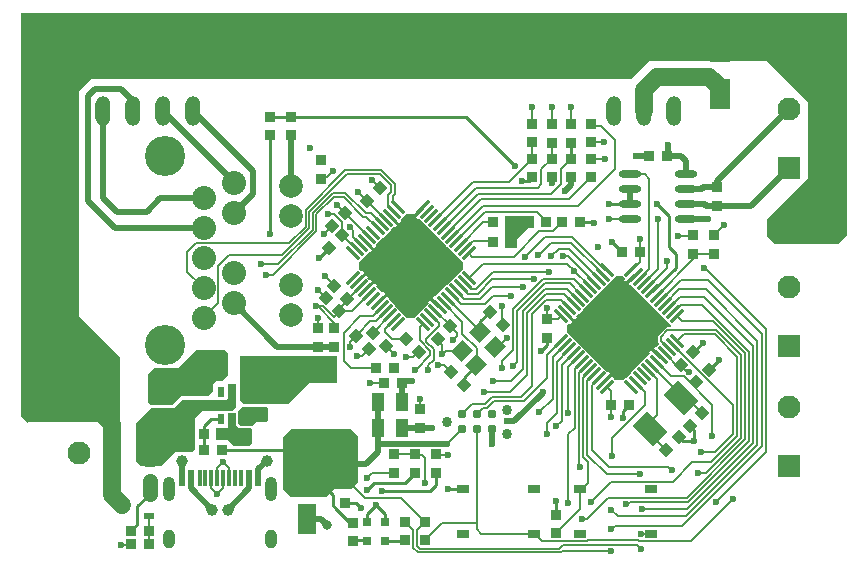
<source format=gtl>
G04*
G04 #@! TF.GenerationSoftware,Altium Limited,Altium Designer,19.1.8 (144)*
G04*
G04 Layer_Physical_Order=1*
G04 Layer_Color=255*
%FSLAX25Y25*%
%MOIN*%
G70*
G01*
G75*
%ADD15C,0.00600*%
%ADD16C,0.01000*%
%ADD18C,0.00800*%
%ADD51R,0.03543X0.02362*%
%ADD52R,0.06299X0.10236*%
%ADD53R,0.03347X0.03347*%
%ADD54R,0.03347X0.03347*%
%ADD55R,0.02362X0.03543*%
%ADD56R,0.06693X0.09843*%
%ADD57P,0.04733X4X90.0*%
%ADD58O,0.07480X0.02362*%
G04:AMPARAMS|DCode=59|XSize=11mil|YSize=58mil|CornerRadius=0mil|HoleSize=0mil|Usage=FLASHONLY|Rotation=45.000|XOffset=0mil|YOffset=0mil|HoleType=Round|Shape=Rectangle|*
%AMROTATEDRECTD59*
4,1,4,0.01662,-0.02439,-0.02439,0.01662,-0.01662,0.02439,0.02439,-0.01662,0.01662,-0.02439,0.0*
%
%ADD59ROTATEDRECTD59*%

G04:AMPARAMS|DCode=60|XSize=11mil|YSize=58mil|CornerRadius=0mil|HoleSize=0mil|Usage=FLASHONLY|Rotation=315.000|XOffset=0mil|YOffset=0mil|HoleType=Round|Shape=Rectangle|*
%AMROTATEDRECTD60*
4,1,4,-0.02439,-0.01662,0.01662,0.02439,0.02439,0.01662,-0.01662,-0.02439,-0.02439,-0.01662,0.0*
%
%ADD60ROTATEDRECTD60*%

%ADD61R,0.03937X0.02953*%
%ADD62R,0.03150X0.03150*%
%ADD63C,0.03100*%
G04:AMPARAMS|DCode=64|XSize=66.93mil|YSize=94.49mil|CornerRadius=0mil|HoleSize=0mil|Usage=FLASHONLY|Rotation=45.000|XOffset=0mil|YOffset=0mil|HoleType=Round|Shape=Rectangle|*
%AMROTATEDRECTD64*
4,1,4,0.00974,-0.05707,-0.05707,0.00974,-0.00974,0.05707,0.05707,-0.00974,0.00974,-0.05707,0.0*
%
%ADD64ROTATEDRECTD64*%

%ADD65R,0.09843X0.06693*%
%ADD66R,0.01181X0.05709*%
%ADD67R,0.02362X0.05709*%
%ADD68P,0.04733X4X180.0*%
%ADD69R,0.08661X0.06299*%
G04:AMPARAMS|DCode=70|XSize=55.12mil|YSize=47.24mil|CornerRadius=0mil|HoleSize=0mil|Usage=FLASHONLY|Rotation=225.000|XOffset=0mil|YOffset=0mil|HoleType=Round|Shape=Rectangle|*
%AMROTATEDRECTD70*
4,1,4,0.00278,0.03619,0.03619,0.00278,-0.00278,-0.03619,-0.03619,-0.00278,0.00278,0.03619,0.0*
%
%ADD70ROTATEDRECTD70*%

%ADD71R,0.04000X0.06000*%
%ADD72C,0.02000*%
%ADD73C,0.05000*%
%ADD74C,0.06000*%
%ADD75C,0.07677*%
%ADD76R,0.07677X0.07677*%
%ADD77O,0.05000X0.10000*%
%ADD78C,0.08000*%
%ADD79C,0.07874*%
%ADD80C,0.13386*%
%ADD81C,0.03400*%
%ADD82O,0.03937X0.08268*%
%ADD83O,0.03937X0.06299*%
%ADD84C,0.02362*%
%ADD85C,0.03937*%
%ADD86C,0.03150*%
G36*
X134455Y116021D02*
X131697Y113263D01*
X132439Y112521D01*
X132722Y112804D01*
X133571Y111955D01*
X133783Y111743D01*
X134985Y110541D01*
X135197Y110329D01*
X136329Y109198D01*
X136611Y108915D01*
X137743Y107783D01*
X137955Y107571D01*
X139157Y106369D01*
X139369Y106157D01*
X140571Y104955D01*
X140783Y104743D01*
X141915Y103611D01*
X142198Y103329D01*
X143329Y102197D01*
X143541Y101985D01*
X144743Y100783D01*
X144955Y100571D01*
X146087Y99440D01*
X146370Y99157D01*
X147300Y98226D01*
Y95774D01*
X146370Y94843D01*
Y94843D01*
X144743Y93217D01*
X144743D01*
X143329Y91803D01*
X142198Y90671D01*
X142198D01*
X140571Y89045D01*
Y89045D01*
X139157Y87631D01*
X138238Y86712D01*
X137955Y86994D01*
X137213Y86252D01*
X139970Y83494D01*
X139263Y82787D01*
X136505Y85545D01*
X135763Y84802D01*
X136046Y84520D01*
X134985Y83459D01*
X133783Y82257D01*
Y82257D01*
X132157Y80630D01*
X132157D01*
X131226Y79700D01*
X128774D01*
X127843Y80630D01*
X127843D01*
X126217Y82257D01*
Y82257D01*
X124803Y83671D01*
X123671Y84802D01*
Y84802D01*
X122540Y85934D01*
X122823Y86217D01*
X122080Y86959D01*
X119323Y84201D01*
X118616Y84908D01*
X121373Y87666D01*
X120631Y88409D01*
X120348Y88126D01*
X119429Y89045D01*
Y89045D01*
X118368Y90106D01*
X118651Y90389D01*
X117909Y91131D01*
X115151Y88373D01*
X114444Y89080D01*
X117201Y91838D01*
X116459Y92581D01*
X116176Y92298D01*
X115540Y92934D01*
X115823Y93217D01*
X115080Y93959D01*
X112322Y91202D01*
X111615Y91909D01*
X114373Y94666D01*
X113630Y95409D01*
X113348Y95126D01*
X112700Y95774D01*
X112700Y98226D01*
X113630Y99157D01*
X115045Y100571D01*
X116176Y101702D01*
X116459Y101419D01*
X117201Y102162D01*
X114444Y104920D01*
X115151Y105627D01*
X117909Y102869D01*
X118651Y103611D01*
X118368Y103894D01*
X119217Y104743D01*
X120631Y106157D01*
X122045Y107571D01*
X123389Y108915D01*
X124520Y110046D01*
X124803Y109763D01*
X125545Y110506D01*
X122787Y113263D01*
X123495Y113971D01*
X126252Y111213D01*
X126995Y111955D01*
X126712Y112238D01*
X127560Y113087D01*
X128774Y114300D01*
X130660D01*
X130990Y113971D01*
X133748Y116728D01*
X134455Y116021D01*
D02*
G37*
G36*
X275591Y107191D02*
X272700Y104300D01*
X251300Y104300D01*
X248900Y106700D01*
X248900Y112500D01*
X262600Y126200D01*
Y151400D01*
X248900Y165100D01*
X209300D01*
X203500Y159300D01*
X23800D01*
X23700Y159400D01*
X19500Y155200D01*
Y80200D01*
X33200Y66500D01*
Y44900D01*
X3100D01*
X2800Y45200D01*
X2100Y44700D01*
X0Y46800D01*
Y180400D01*
Y181102D01*
X275591D01*
X275591Y107191D01*
D02*
G37*
G36*
X171000Y109500D02*
X169000Y109500D01*
X165500Y106000D01*
X165500Y103000D01*
X161500D01*
Y113500D01*
X171000D01*
Y109500D01*
D02*
G37*
G36*
X205298Y93678D02*
X202541Y90920D01*
X203283Y90178D01*
X203566Y90460D01*
X204485Y89541D01*
X204697Y89329D01*
X205829Y88198D01*
D01*
X207455Y86571D01*
X207455Y86571D01*
X208657Y85369D01*
X208869Y85157D01*
X210071Y83955D01*
D01*
X211698Y82329D01*
X211698Y82329D01*
X212829Y81197D01*
X213041Y80985D01*
X214243Y79783D01*
X214243Y79783D01*
X215869Y78157D01*
D01*
X216800Y77226D01*
Y76418D01*
X215600D01*
X215249Y76348D01*
X214951Y76149D01*
X212751Y73949D01*
X212552Y73651D01*
X212482Y73300D01*
Y71858D01*
X212552Y71507D01*
X212751Y71209D01*
X212993Y70967D01*
X212829Y70803D01*
X211980Y69954D01*
X211698Y70237D01*
X210955Y69495D01*
X213713Y66737D01*
X213006Y66030D01*
X210248Y68787D01*
X209506Y68045D01*
X209788Y67762D01*
X208657Y66631D01*
X207455Y65429D01*
X207455Y65429D01*
X205829Y63802D01*
D01*
X204485Y62459D01*
X203283Y61257D01*
D01*
X201657Y59631D01*
X201657Y59631D01*
X200826Y58800D01*
X198174D01*
X197626Y59348D01*
X197909Y59631D01*
X197167Y60373D01*
X194409Y57615D01*
X193702Y58322D01*
X196459Y61080D01*
X195717Y61822D01*
X195434Y61540D01*
X194303Y62671D01*
X193171Y63802D01*
D01*
X191545Y65429D01*
X191545Y65429D01*
X190131Y66843D01*
X188929Y68045D01*
D01*
X187302Y69671D01*
X187302Y69671D01*
X185959Y71015D01*
X184757Y72217D01*
X184757Y72217D01*
X183131Y73843D01*
D01*
X182200Y74774D01*
Y77226D01*
X182848Y77874D01*
X183131Y77591D01*
X183873Y78333D01*
X181115Y81091D01*
X181822Y81798D01*
X184580Y79040D01*
X185322Y79783D01*
X185040Y80066D01*
X185959Y80985D01*
X187302Y82329D01*
X187302Y82329D01*
X188929Y83955D01*
D01*
X190131Y85157D01*
X191545Y86571D01*
X191545Y86571D01*
X193171Y88198D01*
D01*
X194303Y89329D01*
X195717Y90743D01*
D01*
X197343Y92370D01*
X197343Y92370D01*
X198374Y93400D01*
X200626D01*
X201374Y92652D01*
X201091Y92370D01*
X201834Y91627D01*
X204591Y94385D01*
X205298Y93678D01*
D02*
G37*
G36*
X105500Y58000D02*
X96500D01*
X89233Y50733D01*
X74508D01*
X73000Y52241D01*
Y67000D01*
X105500D01*
Y58000D01*
D02*
G37*
G36*
X69000Y68000D02*
Y60500D01*
X67000Y58500D01*
X65000D01*
X64000Y57500D01*
X64000Y55000D01*
X62500Y53500D01*
X53500Y53500D01*
X50500Y50500D01*
X43500D01*
X42500Y51500D01*
X42500Y61000D01*
X44500Y63000D01*
X52500D01*
X58500Y69000D01*
X68000D01*
X69000Y68000D01*
D02*
G37*
G36*
X82500Y49500D02*
Y45500D01*
X82000Y45000D01*
X78500D01*
X77000Y43500D01*
X73500D01*
X72500Y44500D01*
X72500Y48500D01*
X74000Y50000D01*
X82000D01*
X82500Y49500D01*
D02*
G37*
G36*
X71900Y43800D02*
X72700Y43000D01*
X76500D01*
X77000Y42500D01*
X77000Y38000D01*
X76000Y37000D01*
X71000Y37000D01*
X69000Y39000D01*
X65000Y39000D01*
Y43000D01*
X69100D01*
Y48000D01*
X71900D01*
X71900Y43800D01*
D02*
G37*
G36*
X71800Y57500D02*
X71800Y49800D01*
X70700Y48700D01*
X60450Y48700D01*
X58000Y46250D01*
X58000Y41750D01*
Y36000D01*
X57000Y35000D01*
X51500D01*
X46800Y30300D01*
X40000Y30300D01*
X38500Y31800D01*
X38500Y44500D01*
X43500Y49500D01*
X51000Y49500D01*
X53800Y52300D01*
X68800D01*
X69250Y52750D01*
X69250Y57500D01*
X71800Y57500D01*
D02*
G37*
G36*
X112500Y40000D02*
Y25000D01*
X110000Y22500D01*
X104500D01*
X102000Y20000D01*
X90000D01*
X87500Y22500D01*
Y40000D01*
X90000Y42500D01*
X110000D01*
X112500Y40000D01*
D02*
G37*
D15*
X124343Y115031D02*
Y115314D01*
X221100Y60100D02*
X230600Y50600D01*
X153596Y7677D02*
X171423D01*
X143013Y77057D02*
X143257D01*
X112343Y73158D02*
Y74343D01*
X107109Y107109D02*
Y111491D01*
X105500Y117257D02*
X116141Y106617D01*
X145415Y88444D02*
Y88727D01*
X146723Y89823D02*
Y90247D01*
X148102Y91272D02*
Y91555D01*
X182161Y97581D02*
X184643Y95100D01*
X132308Y1400D02*
X180047D01*
X180547Y1900D01*
X130827Y2881D02*
X132308Y1400D01*
X179550Y2600D02*
X180926Y3976D01*
X133088Y2600D02*
X179550D01*
X132227Y3461D02*
X133088Y2600D01*
X228000Y96300D02*
X248300Y76000D01*
X227700Y96300D02*
X228000D01*
X173824Y5276D02*
X188794D01*
X171423Y7677D02*
X173824Y5276D01*
X152000Y9273D02*
X153596Y7677D01*
X152000Y9273D02*
Y11200D01*
Y42500D01*
X140551Y11200D02*
X152000D01*
X134900Y5549D02*
X140551Y11200D01*
X157466Y95000D02*
X176000D01*
X148102Y91272D02*
X150215Y89159D01*
X148031Y91555D02*
X148102D01*
X148987Y87559D02*
X152288D01*
X146617Y90141D02*
X146723Y90247D01*
X157500Y87000D02*
X163500D01*
X154859Y84359D02*
X157500Y87000D01*
X110700Y106542D02*
X113383Y103859D01*
X138273Y81542D02*
Y81797D01*
X137700Y65700D02*
Y69197D01*
X84091Y94000D02*
X98600Y108509D01*
Y114043D01*
X151625Y89159D02*
X157466Y95000D01*
X104357Y119800D02*
X107700D01*
X109800Y109667D02*
Y110000D01*
X152951Y85959D02*
X156991Y90000D01*
X115181Y113234D02*
X118969Y109445D01*
X133000Y76524D02*
X134101Y77625D01*
X139500Y77000D02*
Y77742D01*
X116809Y114434D02*
X120383Y110859D01*
X98600Y114043D02*
X104357Y119800D01*
X131500Y62057D02*
X131722Y62278D01*
X97400Y114540D02*
X104160Y121300D01*
X131722Y62278D02*
X136500Y67057D01*
X145203Y88727D02*
X145415D01*
X133000Y72200D02*
X136500Y68700D01*
X135800Y63800D02*
X137700Y65700D01*
X146883Y84359D02*
X154859D01*
X135200Y71697D02*
Y72700D01*
X109800Y109667D02*
X110700Y108767D01*
X156991Y90000D02*
X167500D01*
X136500Y67057D02*
Y68700D01*
X157229Y92500D02*
X171000D01*
X146723Y89823D02*
X148987Y87559D01*
X107700Y119800D02*
X114266Y113234D01*
X147900Y85959D02*
X152951D01*
X80100Y97500D02*
X85894D01*
X135200Y72700D02*
X139500Y77000D01*
X108200Y121300D02*
X115066Y114434D01*
X110700Y106542D02*
Y108767D01*
X131722Y62278D02*
X131722D01*
X145415Y88444D02*
X147900Y85959D01*
X133000Y72200D02*
Y76524D01*
X135800Y62100D02*
Y63800D01*
X143859Y87383D02*
X146883Y84359D01*
X85894Y97500D02*
X97400Y109006D01*
X115066Y114434D02*
X116809D01*
X135200Y71697D02*
X137700Y69197D01*
X97400Y109006D02*
Y114540D01*
X152288Y87559D02*
X157229Y92500D01*
X104160Y121300D02*
X108200D01*
X150215Y89159D02*
X151625D01*
X81800Y94000D02*
X84091D01*
X136859Y80383D02*
X139500Y77742D01*
X114266Y113234D02*
X115181D01*
X174800Y106700D02*
X183730D01*
X168050Y99950D02*
X174800Y106700D01*
X168050Y99950D02*
X168050D01*
X154057Y97581D02*
X182161D01*
X195838Y3981D02*
X205519D01*
X206800Y2700D01*
X206900Y7700D02*
X210077D01*
X210100Y7677D01*
X206140Y5301D02*
X223301D01*
X206060Y5381D02*
X206140Y5301D01*
X188900Y5381D02*
X206060D01*
X223301Y5301D02*
X237300Y19300D01*
X180926Y3976D02*
X195833D01*
X195838Y3981D01*
X188794Y5276D02*
X188900Y5381D01*
X180547Y1900D02*
X196600D01*
X130827Y2881D02*
Y8724D01*
X128000Y11551D02*
X130827Y8724D01*
X132227Y8978D02*
X134900Y11651D01*
X132227Y3461D02*
Y8978D01*
X248300Y34800D02*
Y76000D01*
X196900Y25000D02*
X217350D01*
X190000Y18100D02*
X196900Y25000D01*
X217350D02*
X223850Y31500D01*
X231800Y18300D02*
X248300Y34800D01*
X225800Y27900D02*
X228362D01*
X231400Y34800D02*
X237500Y40900D01*
X226800Y34800D02*
X231400D01*
X228362Y27900D02*
X240100Y39639D01*
X230600Y40300D02*
Y50600D01*
X237500Y40900D02*
Y50534D01*
X217531Y70503D02*
X237500Y50534D01*
X217531Y70503D02*
Y70555D01*
X213400Y73300D02*
X215600Y75500D01*
X213400Y71858D02*
Y73300D01*
Y71858D02*
X216117Y69141D01*
X215600Y75500D02*
X231838D01*
X240100Y39639D02*
Y67238D01*
X231838Y75500D02*
X240100Y67238D01*
X216117Y69141D02*
X216471D01*
X215500Y96243D02*
Y98600D01*
X209117Y89859D02*
X215500Y96243D01*
X143257Y76842D02*
X145400Y74700D01*
X143257Y76842D02*
Y76858D01*
X138273Y81797D02*
X143013Y77057D01*
X102222Y126622D02*
X104200Y128600D01*
X100622Y126622D02*
X102222D01*
X100000Y126000D02*
X100622Y126622D01*
X182542Y100200D02*
X191056Y91686D01*
X182658Y102700D02*
X192541Y92817D01*
X184543Y95300D02*
X189783Y90059D01*
X183486Y104700D02*
X193955Y94231D01*
X87197Y100500D02*
X96200Y109503D01*
X99100Y83400D02*
X100915D01*
X98500D02*
X99100D01*
X104500Y78000D01*
X100915Y83400D02*
X104315Y80000D01*
X107700Y65300D02*
Y74700D01*
X109800Y70000D02*
Y71615D01*
X107700Y65300D02*
X110000Y63000D01*
X107700Y74700D02*
X113100Y80100D01*
X109800Y71615D02*
X111843Y73658D01*
X104300Y114300D02*
X107109Y111491D01*
X102300Y114300D02*
X104300D01*
X105500Y117257D02*
Y117300D01*
X96200Y115037D02*
X108744Y127581D01*
X95000Y115534D02*
X108247Y128781D01*
X96200Y109503D02*
Y115037D01*
X108744Y127581D02*
X119722D01*
X95000Y110000D02*
Y115534D01*
X108247Y128781D02*
X120219D01*
X211945Y87031D02*
X224000Y99086D01*
X107109Y107109D02*
X107158Y107158D01*
X145400Y73700D02*
Y74700D01*
X144000Y72300D02*
X145400Y73700D01*
X120219Y128781D02*
X124700Y124300D01*
X119722Y127581D02*
X123500Y123803D01*
X112500Y121500D02*
X115500Y118500D01*
X216814Y60100D02*
X221100D01*
X211945Y64969D02*
X216814Y60100D01*
X224000Y99086D02*
Y100949D01*
X231000D01*
X191056Y91403D02*
Y91686D01*
X172400Y100700D02*
X172900D01*
X176900Y104700D01*
X183730Y106700D02*
X194855Y95575D01*
X195299D01*
X149375Y92899D02*
X154057Y97581D01*
X124343Y115031D02*
X124555D01*
X121727Y112203D02*
Y112273D01*
X111898Y102445D02*
X111969D01*
X107185Y107158D02*
X111898Y102445D01*
X107158Y107158D02*
X107185D01*
X115500Y118500D02*
X121727Y112273D01*
X109084Y85843D02*
X113383Y90141D01*
X108658Y85843D02*
X109084D01*
X121500Y75000D02*
Y75914D01*
X124555Y78969D01*
X121500Y75000D02*
X123843Y72658D01*
X128342D01*
X118430Y78500D02*
X121727Y81797D01*
X116500Y78500D02*
X118430D01*
X112343Y74343D02*
X116500Y78500D01*
X117416Y74657D02*
X123141Y80383D01*
X117342Y74657D02*
X117416D01*
X117343Y80100D02*
X120383Y83141D01*
X104500Y76051D02*
Y78000D01*
X104315Y80000D02*
X106158Y81842D01*
X108658Y85158D02*
Y85843D01*
X106158Y82657D02*
X108658Y85158D01*
X106158Y81842D02*
Y82657D01*
X142445Y85969D02*
X152125Y76290D01*
Y75625D02*
Y76290D01*
X132949Y43000D02*
X133000Y42949D01*
X191056Y91403D02*
X191127D01*
X176900Y104700D02*
X183486D01*
X179400Y102700D02*
X182658D01*
X180900Y100200D02*
X182542D01*
X176900D02*
X179400Y102700D01*
X110000Y63000D02*
X118449D01*
X106158Y81842D02*
X110600D01*
X116141Y87383D01*
X113100Y80100D02*
X117343D01*
X61000Y79500D02*
X65900Y84400D01*
Y96900D01*
X69500Y100500D01*
X87197D01*
X122500Y117157D02*
X124343Y115314D01*
X122500Y117157D02*
Y120500D01*
X123500Y121500D01*
Y123803D01*
X124000Y118273D02*
X125899Y116375D01*
X55500Y95000D02*
X61000Y89500D01*
X55500Y95000D02*
Y101500D01*
X58500Y104500D01*
X89500D01*
X95000Y110000D01*
X124700Y121003D02*
Y124300D01*
X124000Y120303D02*
X124700Y121003D01*
X124000Y118273D02*
Y120303D01*
D16*
X109500Y5449D02*
X115402D01*
X111851Y17949D02*
X113500Y16300D01*
X118400Y17200D02*
X121500Y14100D01*
X115500Y14300D02*
X118400Y17200D01*
X142500Y22464D02*
X146860D01*
X147119Y22723D01*
X142300Y22664D02*
X142500Y22464D01*
X147119Y22723D02*
X147378Y22464D01*
X138500Y23900D02*
Y28000D01*
X136600Y22000D02*
X138500Y23900D01*
X120300Y22000D02*
X136600D01*
X38900Y10851D02*
Y16913D01*
X36749Y8700D02*
X38900Y10851D01*
Y16913D02*
X41656Y19669D01*
Y20259D01*
X42337Y20940D01*
X42928D01*
X227400Y71300D02*
Y71319D01*
X224257Y68158D02*
X227400Y71300D01*
X229457Y62357D02*
X232700Y65600D01*
Y65637D01*
X200800Y46300D02*
Y48600D01*
X202800Y50600D01*
X90000Y146551D02*
X148349D01*
X164700Y130200D01*
X173500Y68700D02*
X175300Y70500D01*
Y72998D01*
X61000Y79000D02*
Y79500D01*
X71000Y94500D02*
Y95000D01*
X83100Y107600D02*
Y140349D01*
X83000Y140449D02*
X83100Y140349D01*
X99600Y99400D02*
Y99600D01*
X102842Y102842D01*
X99600Y99400D02*
Y100000D01*
X99861Y100261D01*
X196000Y117500D02*
X203248D01*
X216000Y103200D02*
Y113400D01*
X212000Y117400D02*
X216000Y113400D01*
Y103200D02*
X218300Y100900D01*
Y96214D02*
Y100900D01*
X210531Y88445D02*
X218300Y96214D01*
X167200Y125300D02*
X167209Y125309D01*
X169360D01*
X170500Y126449D01*
X108000Y17949D02*
X111851D01*
X117800Y24500D02*
X128051D01*
X115600Y22300D02*
X117800Y24500D01*
X83000Y146551D02*
X90000D01*
X178400Y13951D02*
Y18600D01*
X223657Y67558D02*
X224257Y68158D01*
X197049Y104900D02*
X200349Y101600D01*
X222942Y43543D02*
X224400Y42085D01*
Y38600D02*
Y42085D01*
X220800Y38600D02*
X224400D01*
X219400Y40000D02*
X220800Y38600D01*
X223557Y67558D02*
X223657D01*
X115500Y11650D02*
Y14300D01*
X121500Y11650D02*
Y14100D01*
X128051Y24500D02*
X131500Y27949D01*
X186551Y111500D02*
X190400D01*
X67051Y35500D02*
X91500D01*
X94000Y33000D01*
X105876Y15176D02*
X109500Y11551D01*
X105871Y15176D02*
X105876D01*
X105227Y15820D02*
X105871Y15176D01*
X105227Y15820D02*
Y15824D01*
X104000Y17051D02*
X105227Y15824D01*
X104000Y17051D02*
Y20500D01*
X63472Y45972D02*
X66760D01*
X60949Y43449D02*
X63472Y45972D01*
X60949Y41000D02*
Y43449D01*
X115402Y5449D02*
X115500Y5350D01*
X121500D02*
X127902D01*
X128000Y5449D01*
X95500Y26587D02*
X97913D01*
X104000Y20500D01*
X183500Y132500D02*
Y137449D01*
X147658Y57342D02*
Y59658D01*
X151875Y63876D01*
X153267Y78582D02*
X156342Y81657D01*
X153267Y74733D02*
Y78582D01*
X60949Y35500D02*
Y41000D01*
D18*
X139652Y110824D02*
X151828Y123000D01*
X142516Y108031D02*
Y108172D01*
X190000Y143551D02*
X193449D01*
X172051Y115000D02*
X175551Y111500D01*
X150837Y105250D02*
X157699D01*
X206500Y98344D02*
Y105800D01*
X107100Y27300D02*
X114700Y19700D01*
X204845Y58169D02*
X208100Y54914D01*
X196600Y1900D02*
X196700Y2000D01*
X182600Y47900D02*
Y63343D01*
X178400Y7800D02*
X186478Y15878D01*
X33500Y3800D02*
X36349D01*
X36749Y4200D01*
X175300Y79100D02*
X179124D01*
X154243Y117000D02*
X185878D01*
X143859Y106617D02*
X154243Y117000D01*
X186081Y30842D02*
Y61200D01*
Y30842D02*
X186600Y30323D01*
Y29900D02*
Y30323D01*
X184681Y42981D02*
Y62595D01*
X182600Y40900D02*
X184681Y42981D01*
X190400Y35700D02*
Y57100D01*
X192641Y59341D01*
Y59383D01*
X188881Y34019D02*
X188900Y34038D01*
Y58500D01*
X191197Y60797D01*
X191227D01*
X187481Y33219D02*
Y59633D01*
X189883Y62035D01*
Y62141D01*
X186081Y61200D02*
X188436Y63555D01*
X188469D01*
X184681Y62595D02*
X187055Y64969D01*
X134900Y24700D02*
Y32900D01*
X133905Y33895D02*
X134900Y32900D01*
X170500Y80996D02*
X175084Y85580D01*
X180162D01*
X182883Y82859D01*
X149375Y101101D02*
X149410D01*
X63547Y22953D02*
X65500Y21000D01*
X67484Y22984D01*
Y26059D01*
X63547Y22953D02*
Y26059D01*
X42851Y13384D02*
X42928Y13460D01*
X42851Y8700D02*
Y13384D01*
Y4200D02*
Y8700D01*
X128300Y66400D02*
X130715D01*
X132658Y68343D01*
X190014Y132565D02*
X194735D01*
X190000Y132551D02*
X190014Y132565D01*
X170600Y143651D02*
Y150000D01*
X170500Y143551D02*
X170600Y143651D01*
X193801Y138100D02*
X194502D01*
X194152Y137749D02*
X194502Y138100D01*
X193449Y143551D02*
X198200Y138800D01*
Y129323D02*
Y138800D01*
X185878Y117000D02*
X198200Y129323D01*
X193750Y138049D02*
X193801Y138100D01*
X190600Y138049D02*
X193750D01*
X190000Y137449D02*
X190600Y138049D01*
X190000D02*
X190600D01*
X183500Y143551D02*
Y150000D01*
X177000Y143551D02*
Y150000D01*
X172907Y108427D02*
X177376D01*
X164480Y100000D02*
X172907Y108427D01*
X231000Y107051D02*
X234449Y110500D01*
X244200Y37940D02*
Y70300D01*
X227900Y86600D02*
X244200Y70300D01*
X227257Y83900D02*
X242800Y68357D01*
X219987Y83900D02*
X227257D01*
X217531Y81445D02*
X219987Y83900D01*
X230677Y78500D02*
X241400Y67777D01*
X220476Y78500D02*
X230677D01*
X218875Y80101D02*
X220476Y78500D01*
X219858Y86600D02*
X227900D01*
X216117Y82859D02*
X219858Y86600D01*
X219530Y89100D02*
X228300D01*
X214703Y84273D02*
X219530Y89100D01*
X228300D02*
X245600Y71800D01*
Y37360D02*
Y71800D01*
X219943Y92200D02*
X229000D01*
X247000Y36780D02*
Y74200D01*
X229000Y92200D02*
X247000Y74200D01*
X213359Y85617D02*
X219943Y92200D01*
X195800Y19700D02*
X222000D01*
X188684Y12584D02*
X195800Y19700D01*
X187084Y12584D02*
X188684D01*
X187000Y12500D02*
X187084Y12584D01*
X182600Y17800D02*
Y40900D01*
X195300Y27600D02*
X206500D01*
X196100Y30000D02*
X215750D01*
X216850Y28900D01*
X188881Y34019D02*
X195300Y27600D01*
X223850Y31500D02*
X230000D01*
X222000Y19700D02*
X241400Y39100D01*
X222580Y18300D02*
X242800Y38520D01*
X222060Y15800D02*
X244200Y37940D01*
X221740Y13500D02*
X245600Y37360D01*
X220373Y10153D02*
X247000Y36780D01*
X203123Y18300D02*
X222580D01*
X242800Y38520D02*
Y68357D01*
X207100Y15800D02*
X222060D01*
X241400Y39100D02*
Y67777D01*
X199100Y13500D02*
X221740D01*
X197953Y10153D02*
X220373D01*
X196700Y15700D02*
X196900D01*
X201900Y17500D02*
X202323D01*
X196900Y15700D02*
X199100Y13500D01*
X202323Y17500D02*
X203123Y18300D01*
X190400Y35700D02*
X196100Y30000D01*
X216850Y28900D02*
X217000D01*
X186478Y15878D02*
Y22441D01*
X178400Y6800D02*
Y7800D01*
X230000Y31500D02*
X238800Y40300D01*
X196700Y9300D02*
X197100D01*
X197953Y10153D01*
X197200Y33400D02*
Y39615D01*
X238800Y40300D02*
Y66700D01*
X231300Y74200D02*
X238800Y66700D01*
X221176Y74200D02*
X231300D01*
X218875Y71899D02*
X221176Y74200D01*
X222185Y61600D02*
X222793D01*
X197200Y39615D02*
X208100Y50516D01*
Y54914D01*
X182600Y63343D02*
X185641Y66383D01*
X178500Y43500D02*
X180300Y45300D01*
X175600Y44700D02*
X178700Y47800D01*
X175600Y40800D02*
Y44700D01*
X180300Y45300D02*
Y63730D01*
X178700Y47800D02*
Y64958D01*
X187481Y33219D02*
X189200Y31500D01*
X172900Y48100D02*
X177300Y52500D01*
Y66386D01*
X140500Y67500D02*
Y70699D01*
X138943Y72257D02*
X140500Y70699D01*
X138943Y72257D02*
Y72543D01*
X177300Y66386D02*
X181469Y70555D01*
X167866Y51750D02*
X175500Y59385D01*
X170500Y56900D02*
Y80996D01*
X166750Y53150D02*
X170500Y56900D01*
X175500Y59385D02*
Y67273D01*
X154914Y51000D02*
X157064Y53150D01*
X157644Y51750D02*
X167866D01*
X157064Y53150D02*
X166750D01*
X178700Y64958D02*
X182883Y69141D01*
X180300Y63730D02*
X184297Y67727D01*
X189200Y24700D02*
Y31500D01*
X186941Y22441D02*
X189200Y24700D01*
X186478Y22441D02*
X186941D01*
X181070Y87500D02*
X184297Y84273D01*
X175024Y87500D02*
X181070D01*
X168800Y81276D02*
X175024Y87500D01*
X182057Y89200D02*
X185641Y85617D01*
X174744Y89200D02*
X182057D01*
X167400Y81856D02*
X174744Y89200D01*
X164181Y82597D02*
X174185Y92600D01*
X184414D01*
X188369Y88645D01*
X165581Y82017D02*
X174764Y91200D01*
X183056D01*
X164181Y68981D02*
Y82597D01*
X165581Y64981D02*
Y82017D01*
X167400Y62500D02*
Y81856D01*
X164100Y63500D02*
X165581Y64981D01*
X131656Y33895D02*
X133905D01*
X131500Y34051D02*
X131656Y33895D01*
X124500Y34051D02*
X131500D01*
X163300Y58400D02*
X167400Y62500D01*
X157400Y58400D02*
X163300D01*
X139773Y33900D02*
X142500D01*
X139268Y34406D02*
X139773Y33900D01*
X139268Y34406D02*
Y34870D01*
X138500Y34102D02*
X139035Y34638D01*
X154450Y54900D02*
X163100D01*
X150500Y51000D02*
X154914D01*
X147000Y47500D02*
X150500Y51000D01*
X168800Y60600D02*
Y81276D01*
X163100Y54900D02*
X168800Y60600D01*
X155494Y49600D02*
X157644Y51750D01*
X154100Y49600D02*
X155494D01*
X152000Y47500D02*
X154100Y49600D01*
X160500Y65300D02*
X164181Y68981D01*
X160500Y62800D02*
Y65300D01*
X133100Y49351D02*
Y52600D01*
X133000Y49251D02*
X133100Y49351D01*
X116500Y58000D02*
X120949D01*
X133000Y49251D02*
X133100Y49151D01*
X133000Y49051D02*
X133100Y49151D01*
X99000Y89000D02*
X101842Y86158D01*
X99200Y76251D02*
Y79500D01*
X99000Y76051D02*
X99200Y76251D01*
X207773Y91203D02*
X212400Y95830D01*
Y112400D01*
X219000Y107000D02*
X223949D01*
X209500Y95758D02*
Y126000D01*
X206359Y92617D02*
X209500Y95758D01*
X186884Y87231D02*
X186955D01*
X195549Y56475D02*
X196698Y55326D01*
X204766Y96610D02*
X206500Y98344D01*
X151828Y123000D02*
X172378D01*
X152586Y121000D02*
X176929D01*
X153543Y119200D02*
X182751D01*
X115400Y26100D02*
Y26200D01*
X117149Y27949D01*
X124500D01*
X114700Y19700D02*
X126851D01*
X186884Y87231D02*
Y87372D01*
X219942Y63842D02*
X222185Y61600D01*
X219243Y63243D02*
X219700Y63700D01*
X196698Y50600D02*
Y55326D01*
Y50600D02*
X196800Y50498D01*
Y46400D02*
Y50498D01*
X206500Y105800D02*
X206600Y105900D01*
X179124Y79100D02*
X180125Y80101D01*
X175300Y79100D02*
X175600Y79400D01*
Y82900D01*
X159000Y70000D02*
X162000Y73000D01*
X160600Y77400D02*
Y83400D01*
Y77400D02*
X160658Y77342D01*
X126851Y19700D02*
X134900Y11651D01*
X209750Y42650D02*
Y44750D01*
X212100Y47100D01*
Y59157D01*
X209117Y62141D02*
X212100Y59157D01*
X220050Y52950D02*
Y54036D01*
X210531Y63555D02*
X220050Y54036D01*
X222165Y52950D02*
X227257Y47857D01*
X220050Y52950D02*
X222165D01*
X209750Y41020D02*
X215085Y35685D01*
X209750Y41020D02*
Y42650D01*
X214758Y67727D02*
X219243Y63243D01*
X214703Y67727D02*
X214758D01*
X142100Y37600D02*
X147000Y42500D01*
X175500Y67273D02*
X180125Y71899D01*
X67500Y31500D02*
X69500Y29500D01*
X65516Y29516D02*
X67500Y31500D01*
X69453Y26059D02*
X69500Y26106D01*
Y29500D01*
X65516Y26059D02*
Y29516D01*
X182751Y119200D02*
X190000Y126449D01*
X223949Y107000D02*
X224000Y107051D01*
X183056Y91200D02*
X186884Y87372D01*
X196000Y112500D02*
X203248D01*
X208000Y127500D02*
X209500Y126000D01*
X203248Y127500D02*
X208000D01*
X170500Y132551D02*
Y137449D01*
X177000Y132500D02*
Y137449D01*
X142445Y108031D02*
X142516D01*
X162749Y124800D02*
X170500Y132551D01*
X176929Y121000D02*
X180073Y124144D01*
Y129073D01*
X183500Y132500D01*
X172378Y123000D02*
X173573Y124196D01*
Y129073D01*
X177000Y132500D01*
X142516Y108172D02*
X153543Y119200D01*
X141031Y109445D02*
X152586Y121000D01*
X138273Y112203D02*
X150870Y124800D01*
X162749D01*
X145203Y105273D02*
X154930Y115000D01*
X146617Y103859D02*
X154258Y111500D01*
X101000Y107500D02*
X103842Y110343D01*
X101500Y93500D02*
X104342Y90658D01*
Y90158D02*
Y90658D01*
X121658Y70342D02*
X124500Y67500D01*
X141031Y84555D02*
X147256Y78330D01*
Y74373D02*
Y78330D01*
X154930Y115000D02*
X172051D01*
X154258Y111500D02*
X157449D01*
X157949D01*
X148031Y102445D02*
X150837Y105250D01*
X150476Y100000D02*
X164480D01*
X149375Y101101D02*
X150476Y100000D01*
X177376Y108427D02*
X180449Y111500D01*
X158000Y70000D02*
X159000D01*
X141608Y68608D02*
X147143D01*
X147256Y74373D02*
X152162Y69466D01*
Y65948D02*
Y69466D01*
X140500Y67500D02*
X141608Y68608D01*
X139000Y64000D02*
X141000D01*
X143342Y61658D01*
X113815Y67000D02*
X116157Y69342D01*
X112000Y67000D02*
X113815D01*
X117130Y125500D02*
X119815Y122815D01*
D51*
X33872Y17200D02*
D03*
X42928Y20940D02*
D03*
Y13460D02*
D03*
D52*
X95500Y26587D02*
D03*
Y12413D02*
D03*
X47000Y56087D02*
D03*
Y41913D02*
D03*
D53*
X134900Y11651D02*
D03*
Y5549D02*
D03*
X128000Y5449D02*
D03*
Y11551D02*
D03*
X43000Y25349D02*
D03*
Y31451D02*
D03*
X80000Y47449D02*
D03*
Y53551D02*
D03*
X60500Y50398D02*
D03*
Y56500D02*
D03*
X224000Y107051D02*
D03*
Y100949D02*
D03*
X231000Y107051D02*
D03*
Y100949D02*
D03*
X90000Y146551D02*
D03*
Y140449D02*
D03*
X83000Y146551D02*
D03*
Y140449D02*
D03*
X178400Y7849D02*
D03*
Y13951D02*
D03*
X175300Y79100D02*
D03*
Y72998D02*
D03*
X232000Y123051D02*
D03*
Y116949D02*
D03*
X170500Y138049D02*
D03*
Y144151D02*
D03*
X177000Y137949D02*
D03*
Y144051D02*
D03*
X183500Y137949D02*
D03*
Y144051D02*
D03*
Y126398D02*
D03*
Y132500D02*
D03*
X177000Y126398D02*
D03*
Y132500D02*
D03*
X170500Y126449D02*
D03*
Y132551D02*
D03*
X108000Y17949D02*
D03*
Y24051D02*
D03*
X110700Y5198D02*
D03*
Y11300D02*
D03*
X124500Y34051D02*
D03*
Y27949D02*
D03*
X131500Y34051D02*
D03*
Y27949D02*
D03*
X138500Y34102D02*
D03*
Y28000D02*
D03*
X100000Y132102D02*
D03*
Y126000D02*
D03*
X190000Y144151D02*
D03*
Y138049D02*
D03*
Y126449D02*
D03*
X190000Y132551D02*
D03*
X104500Y69949D02*
D03*
Y76051D02*
D03*
X99000Y69949D02*
D03*
Y76051D02*
D03*
X133000Y49051D02*
D03*
Y42949D02*
D03*
D54*
X36749Y4200D02*
D03*
X42851D02*
D03*
X36749Y8700D02*
D03*
X42851D02*
D03*
X60949Y41000D02*
D03*
X67051D02*
D03*
X60949Y35500D02*
D03*
X67051D02*
D03*
X206451Y101600D02*
D03*
X200349D02*
D03*
X196698Y50600D02*
D03*
X202800D02*
D03*
X215551Y133500D02*
D03*
X209449D02*
D03*
X163551Y111500D02*
D03*
X157449D02*
D03*
X168949D02*
D03*
X175051D02*
D03*
X120949Y58000D02*
D03*
X127051D02*
D03*
X180449Y111500D02*
D03*
X186551D02*
D03*
X157449Y105000D02*
D03*
X163551D02*
D03*
X124551Y63000D02*
D03*
X118449D02*
D03*
D55*
X74240Y55028D02*
D03*
X70500D02*
D03*
X66760D02*
D03*
Y45972D02*
D03*
X70500D02*
D03*
X74240D02*
D03*
D56*
X233000Y169874D02*
D03*
Y154126D02*
D03*
D57*
X225143Y58043D02*
D03*
X229457Y62357D02*
D03*
X219942Y63842D02*
D03*
X224257Y68158D02*
D03*
X143257Y76858D02*
D03*
X138943Y72543D02*
D03*
X215085Y35685D02*
D03*
X219400Y40000D02*
D03*
X227257Y47857D02*
D03*
X222942Y43543D02*
D03*
X119815Y122815D02*
D03*
X115500Y118500D02*
D03*
X102842Y102842D02*
D03*
X107158Y107158D02*
D03*
X103842Y110343D02*
D03*
X108158Y114657D02*
D03*
D58*
X203248Y127500D02*
D03*
Y122500D02*
D03*
Y117500D02*
D03*
Y112500D02*
D03*
X221752Y127500D02*
D03*
Y122500D02*
D03*
Y117500D02*
D03*
Y112500D02*
D03*
D59*
X203601Y56625D02*
D03*
X204945Y57969D02*
D03*
X206359Y59383D02*
D03*
X207773Y60797D02*
D03*
X209117Y62141D02*
D03*
X210531Y63555D02*
D03*
X211945Y64969D02*
D03*
X213359Y66383D02*
D03*
X214703Y67727D02*
D03*
X216117Y69141D02*
D03*
X217531Y70555D02*
D03*
X218875Y71899D02*
D03*
X195399Y95375D02*
D03*
X194055Y94031D02*
D03*
X192641Y92617D02*
D03*
X191227Y91203D02*
D03*
X189883Y89859D02*
D03*
X188469Y88445D02*
D03*
X187055Y87031D02*
D03*
X185641Y85617D02*
D03*
X184297Y84273D02*
D03*
X182883Y82859D02*
D03*
X181469Y81445D02*
D03*
X180125Y80101D02*
D03*
X125899Y116375D02*
D03*
X124555Y115031D02*
D03*
X123141Y113617D02*
D03*
X121727Y112203D02*
D03*
X120383Y110859D02*
D03*
X118969Y109445D02*
D03*
X117555Y108031D02*
D03*
X116141Y106617D02*
D03*
X114797Y105273D02*
D03*
X113383Y103859D02*
D03*
X111969Y102445D02*
D03*
X110625Y101101D02*
D03*
X134101Y77625D02*
D03*
X135445Y78969D02*
D03*
X136859Y80383D02*
D03*
X138273Y81797D02*
D03*
X139617Y83141D02*
D03*
X141031Y84555D02*
D03*
X142445Y85969D02*
D03*
X143859Y87383D02*
D03*
X145203Y88727D02*
D03*
X146617Y90141D02*
D03*
X148031Y91555D02*
D03*
X149375Y92899D02*
D03*
D60*
X218875Y80101D02*
D03*
X217531Y81445D02*
D03*
X216117Y82859D02*
D03*
X214703Y84273D02*
D03*
X213359Y85617D02*
D03*
X211945Y87031D02*
D03*
X210531Y88445D02*
D03*
X209117Y89859D02*
D03*
X207773Y91203D02*
D03*
X206359Y92617D02*
D03*
X204945Y94031D02*
D03*
X203601Y95375D02*
D03*
X180125Y71899D02*
D03*
X181469Y70555D02*
D03*
X182883Y69141D02*
D03*
X184297Y67727D02*
D03*
X185641Y66383D02*
D03*
X187055Y64969D02*
D03*
X188469Y63555D02*
D03*
X189883Y62141D02*
D03*
X191227Y60797D02*
D03*
X192641Y59383D02*
D03*
X194055Y57969D02*
D03*
X195399Y56625D02*
D03*
X110625Y92899D02*
D03*
X111969Y91555D02*
D03*
X113383Y90141D02*
D03*
X114797Y88727D02*
D03*
X116141Y87383D02*
D03*
X117555Y85969D02*
D03*
X118969Y84555D02*
D03*
X120383Y83141D02*
D03*
X121727Y81797D02*
D03*
X123141Y80383D02*
D03*
X124555Y78969D02*
D03*
X125899Y77625D02*
D03*
X149375Y101101D02*
D03*
X148031Y102445D02*
D03*
X146617Y103859D02*
D03*
X145203Y105273D02*
D03*
X143859Y106617D02*
D03*
X142445Y108031D02*
D03*
X141031Y109445D02*
D03*
X139617Y110859D02*
D03*
X138273Y112203D02*
D03*
X136859Y113617D02*
D03*
X135445Y115031D02*
D03*
X134101Y116375D02*
D03*
D61*
X210100Y7677D02*
D03*
Y22441D02*
D03*
X186478Y7677D02*
D03*
Y22441D02*
D03*
X171000Y7700D02*
D03*
Y22464D02*
D03*
X147378Y7700D02*
D03*
Y22464D02*
D03*
D62*
X115500Y11650D02*
D03*
Y5350D02*
D03*
X121500Y11650D02*
D03*
Y5350D02*
D03*
D63*
X157000Y47500D02*
D03*
X147000Y42500D02*
D03*
Y47500D02*
D03*
X152000Y42500D02*
D03*
X157000D02*
D03*
X152000Y47500D02*
D03*
D64*
X220050Y52950D02*
D03*
X209750Y42650D02*
D03*
D65*
X78248Y63000D02*
D03*
X62500D02*
D03*
D66*
X73390Y26059D02*
D03*
X71421D02*
D03*
X63547D02*
D03*
X67484D02*
D03*
X65516D02*
D03*
X69453D02*
D03*
X61579D02*
D03*
X59610D02*
D03*
D67*
X79197D02*
D03*
X56854D02*
D03*
X76146D02*
D03*
X53803D02*
D03*
D68*
X104342Y90158D02*
D03*
X108658Y85843D02*
D03*
X101842Y86158D02*
D03*
X106158Y81842D02*
D03*
X121658Y70342D02*
D03*
X117342Y74657D02*
D03*
X116157Y69342D02*
D03*
X111843Y73658D02*
D03*
X147658Y57342D02*
D03*
X143342Y61658D02*
D03*
X156342Y81657D02*
D03*
X160658Y77342D02*
D03*
X132658Y68343D02*
D03*
X128342Y72658D02*
D03*
D69*
X100000Y62098D02*
D03*
Y36902D02*
D03*
D70*
X158000Y70000D02*
D03*
X151875Y63876D02*
D03*
X153267Y74733D02*
D03*
X147143Y68608D02*
D03*
D71*
X127000Y51500D02*
D03*
X119000D02*
D03*
X127000Y43000D02*
D03*
X119000D02*
D03*
D72*
X71500Y114000D02*
Y115000D01*
X56854Y22710D02*
X63864Y15700D01*
X56854Y22710D02*
Y26059D01*
X69000Y15700D02*
X76146Y22846D01*
Y26059D01*
X43699Y20241D02*
Y20759D01*
X43518Y20940D02*
X43699Y20759D01*
X43000Y20940D02*
X43518D01*
X22500Y153700D02*
X24800Y156000D01*
X33400D02*
X37500Y151900D01*
X24800Y156000D02*
X33400D01*
X37500Y148500D02*
Y151900D01*
X221752Y112500D02*
X229000D01*
X22500Y118500D02*
Y153700D01*
Y118500D02*
X31500Y109500D01*
X232000Y125343D02*
X256000Y149343D01*
X232000Y123051D02*
Y125343D01*
X174000Y54692D02*
Y54800D01*
X164578Y45269D02*
X174000Y54692D01*
X162269Y45269D02*
X164578D01*
X162200Y45200D02*
X162269Y45269D01*
X157000Y37500D02*
Y42500D01*
X215670Y136970D02*
X215800Y137100D01*
X215670Y133619D02*
Y136970D01*
X215551Y133500D02*
X215670Y133619D01*
X220000Y133500D02*
X221752Y131748D01*
X215551Y133500D02*
X220000D01*
X221752Y127500D02*
Y131748D01*
X119000Y37600D02*
X142100D01*
X130231Y58431D02*
X130300Y58500D01*
X127482Y58431D02*
X130231D01*
X127051Y58000D02*
X127482Y58431D01*
X119000Y37600D02*
Y43000D01*
Y35000D02*
Y37600D01*
X136949Y42949D02*
X137000Y43000D01*
X53700Y26162D02*
X53803Y26059D01*
X53700Y26162D02*
Y32000D01*
X79197Y29197D02*
X82000Y32000D01*
X79197Y26059D02*
Y29197D01*
X181500Y122000D02*
X183500Y124000D01*
Y126398D01*
X100087Y12413D02*
X102000Y10500D01*
X95500Y12413D02*
X100087D01*
X205000Y133500D02*
X209449D01*
X243291Y116949D02*
X256000Y129657D01*
X232000Y116949D02*
X243291D01*
X127000Y43000D02*
X132949D01*
X119000D02*
Y51500D01*
X115000Y31000D02*
X119000Y35000D01*
X133000Y42949D02*
X136949D01*
X221752Y122500D02*
X227000D01*
X227551Y123051D01*
X232000D01*
X228000Y117500D02*
X228551Y116949D01*
X221752Y117500D02*
X228000D01*
X203248D02*
Y122500D01*
X127051Y51551D02*
Y58000D01*
X127000Y51500D02*
X127051Y51551D01*
X228551Y116949D02*
X232000D01*
X107000Y31000D02*
X115000D01*
X27484Y148484D02*
X27500Y148500D01*
X27484Y119516D02*
Y148484D01*
X31500Y109500D02*
X61000D01*
X47500Y148500D02*
X71000Y125000D01*
Y124500D02*
Y125000D01*
Y114500D02*
X71500Y114000D01*
Y115000D02*
X77500Y121000D01*
Y128500D01*
X57500Y148500D02*
X77500Y128500D01*
X27484Y119516D02*
X32000Y115000D01*
X42000D01*
X46500Y119500D01*
X61000D01*
X90000Y123531D02*
Y140449D01*
Y123531D02*
X90016Y123516D01*
X71000Y84500D02*
X85551Y69949D01*
X99000D01*
X104500D01*
D73*
X43000Y20940D02*
Y25276D01*
D74*
X30500Y20572D02*
Y27100D01*
Y20572D02*
X33872Y17200D01*
X30500Y27200D02*
Y44200D01*
X20358Y54343D02*
X30500Y44200D01*
X19500Y54343D02*
X20358D01*
X229500Y160000D02*
X233000Y156500D01*
X212000Y160000D02*
X229500D01*
X233000Y154126D02*
Y156500D01*
X207658Y155657D02*
X212000Y160000D01*
X207658Y148500D02*
Y155657D01*
D75*
X256000Y50000D02*
D03*
Y149343D02*
D03*
Y89815D02*
D03*
Y109500D02*
D03*
X19500Y34657D02*
D03*
D76*
X256000Y30315D02*
D03*
Y129657D02*
D03*
Y70130D02*
D03*
X19500Y54343D02*
D03*
D77*
X27500Y148500D02*
D03*
X37500D02*
D03*
X47500D02*
D03*
X57500D02*
D03*
X217657D02*
D03*
X207658D02*
D03*
X197658D02*
D03*
D78*
X61000Y79500D02*
D03*
Y89500D02*
D03*
X71000Y84500D02*
D03*
X61000Y99500D02*
D03*
Y109500D02*
D03*
Y119500D02*
D03*
X71000Y94500D02*
D03*
Y114500D02*
D03*
Y124500D02*
D03*
D79*
X90016Y80484D02*
D03*
X90016Y90484D02*
D03*
X90016Y113516D02*
D03*
Y123516D02*
D03*
D80*
X48008Y133496D02*
D03*
Y70504D02*
D03*
D81*
X162000Y41000D02*
D03*
Y49000D02*
D03*
X142000Y45000D02*
D03*
D82*
X83508Y22457D02*
D03*
X49492D02*
D03*
D83*
X83508Y6000D02*
D03*
X49492D02*
D03*
D84*
X213240Y77477D02*
D03*
X211272Y73540D02*
D03*
X207335Y81414D02*
D03*
X209303Y77477D02*
D03*
X207335Y73540D02*
D03*
X209303Y69603D02*
D03*
X205366Y85351D02*
D03*
X203398Y81414D02*
D03*
X205366Y77477D02*
D03*
X203398Y73540D02*
D03*
X205366Y69603D02*
D03*
X203398Y65665D02*
D03*
X199461Y89288D02*
D03*
X201429Y85351D02*
D03*
X199461Y81414D02*
D03*
X201429Y77477D02*
D03*
X199461Y73540D02*
D03*
X201429Y69603D02*
D03*
X199461Y65665D02*
D03*
X201429Y61728D02*
D03*
X197492Y85351D02*
D03*
X195524Y81414D02*
D03*
X197492Y77477D02*
D03*
X195524Y73540D02*
D03*
X197492Y69603D02*
D03*
X195524Y65665D02*
D03*
X197492Y61728D02*
D03*
X193555Y85351D02*
D03*
X191587Y81414D02*
D03*
X193555Y77477D02*
D03*
X191587Y73540D02*
D03*
X193555Y69603D02*
D03*
X189618Y77477D02*
D03*
X187650Y73540D02*
D03*
X189618Y69603D02*
D03*
X185681Y77477D02*
D03*
X144343Y97162D02*
D03*
X142374Y101099D02*
D03*
X140406Y97162D02*
D03*
X142374Y93225D02*
D03*
X136469Y105035D02*
D03*
X138437Y101099D02*
D03*
X136469Y97162D02*
D03*
X138437Y93225D02*
D03*
X136469Y89288D02*
D03*
X134500Y108973D02*
D03*
X132532Y105035D02*
D03*
X134500Y101099D02*
D03*
X132532Y97162D02*
D03*
X134500Y93225D02*
D03*
X132532Y89288D02*
D03*
X134500Y85351D02*
D03*
X130563Y108973D02*
D03*
X128595Y105035D02*
D03*
X130563Y101099D02*
D03*
X128595Y97162D02*
D03*
X130563Y93225D02*
D03*
X128595Y89288D02*
D03*
X130563Y85351D02*
D03*
X126626Y108973D02*
D03*
X124658Y105035D02*
D03*
X126626Y101099D02*
D03*
X124658Y97162D02*
D03*
X126626Y93225D02*
D03*
X124658Y89288D02*
D03*
X126626Y85351D02*
D03*
X122689Y101099D02*
D03*
X120721Y97162D02*
D03*
X122689Y93225D02*
D03*
X118752Y101099D02*
D03*
X116784Y97162D02*
D03*
X118752Y93225D02*
D03*
X55760Y61728D02*
D03*
X53791Y57791D02*
D03*
X51823Y61728D02*
D03*
X113500Y16300D02*
D03*
X118400Y17200D02*
D03*
X33500Y3800D02*
D03*
X227700Y96300D02*
D03*
X186600Y29900D02*
D03*
X142500Y22464D02*
D03*
X134900Y24700D02*
D03*
X80100Y97500D02*
D03*
X81800Y94000D02*
D03*
X176000Y95000D02*
D03*
X131500Y62057D02*
D03*
X167500Y90000D02*
D03*
X171000Y92500D02*
D03*
X109800Y110000D02*
D03*
X135800Y62100D02*
D03*
X163500Y87000D02*
D03*
X65500Y21000D02*
D03*
X128300Y66400D02*
D03*
X170600Y150000D02*
D03*
X194735Y132565D02*
D03*
X194502Y138100D02*
D03*
X183500Y150000D02*
D03*
X177000D02*
D03*
X191200Y111300D02*
D03*
X168050Y99950D02*
D03*
X227400Y71319D02*
D03*
X232700Y65637D02*
D03*
X234449Y110500D02*
D03*
X229000Y112500D02*
D03*
X206800Y2700D02*
D03*
X206900Y7700D02*
D03*
X196700Y1900D02*
D03*
X187000Y12500D02*
D03*
X190000Y18100D02*
D03*
X182600Y17800D02*
D03*
X206500Y27600D02*
D03*
X231800Y18300D02*
D03*
X207100Y15800D02*
D03*
X217000Y28900D02*
D03*
X225800Y27900D02*
D03*
X226800Y34800D02*
D03*
X196700Y9300D02*
D03*
Y15700D02*
D03*
X197200Y33400D02*
D03*
X222793Y61600D02*
D03*
X200800Y46300D02*
D03*
X182500Y47900D02*
D03*
X178500Y43500D02*
D03*
X175600Y40800D02*
D03*
X172900Y48100D02*
D03*
X237300Y19300D02*
D03*
X230600Y40300D02*
D03*
X215500Y98600D02*
D03*
X201900Y17500D02*
D03*
X184543Y95300D02*
D03*
X164100Y63500D02*
D03*
X173500Y68700D02*
D03*
X174000Y54800D02*
D03*
X162200Y45200D02*
D03*
X157000Y37500D02*
D03*
X215800Y137100D02*
D03*
X157400Y58400D02*
D03*
X142500Y33900D02*
D03*
X154450Y54900D02*
D03*
X160500Y62800D02*
D03*
X133100Y52600D02*
D03*
X130300Y58500D02*
D03*
X116500Y58000D02*
D03*
X83100Y107600D02*
D03*
X99000Y89000D02*
D03*
X98500Y83400D02*
D03*
X99200Y79500D02*
D03*
X109800Y70000D02*
D03*
X99600Y99400D02*
D03*
X102300Y114300D02*
D03*
X105500Y117300D02*
D03*
X196000Y117500D02*
D03*
X212000Y117400D02*
D03*
X219000Y107000D02*
D03*
X96600Y136200D02*
D03*
X104200Y128600D02*
D03*
X144000Y72300D02*
D03*
X164700Y130200D02*
D03*
X167200Y125300D02*
D03*
X177000Y124500D02*
D03*
X115400Y26100D02*
D03*
X112500Y121500D02*
D03*
X120300Y22000D02*
D03*
X115600Y22300D02*
D03*
X178400Y18600D02*
D03*
X196800Y46400D02*
D03*
X197049Y104900D02*
D03*
X206600Y105900D02*
D03*
X162000Y73000D02*
D03*
X160600Y83400D02*
D03*
X175600Y82900D02*
D03*
X224400Y38600D02*
D03*
X142100Y37600D02*
D03*
X137000Y43000D02*
D03*
X192500Y103100D02*
D03*
X67500Y31500D02*
D03*
X181500Y122000D02*
D03*
X172400Y100700D02*
D03*
X212400Y112400D02*
D03*
X205000Y133500D02*
D03*
X196000Y112500D02*
D03*
X166000Y108500D02*
D03*
X101000Y107500D02*
D03*
X101500Y93500D02*
D03*
X124500Y67500D02*
D03*
X180900Y100200D02*
D03*
X139000Y64000D02*
D03*
X140500Y67500D02*
D03*
X176900Y100200D02*
D03*
X112000Y67000D02*
D03*
X117130Y125500D02*
D03*
D85*
X30500Y27100D02*
D03*
X63864Y15700D02*
D03*
X69000D02*
D03*
X53700Y32000D02*
D03*
X82000D02*
D03*
D86*
X102000Y10500D02*
D03*
M02*

</source>
